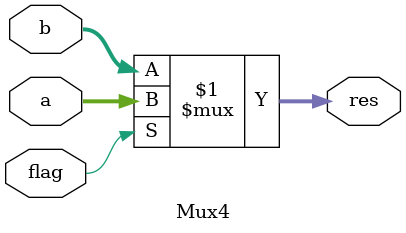
<source format=v>
`timescale 1ns / 1ps


module Mux4(a,b,flag,res);
    input [4:0]a,b;
    input flag;
    output [4:0]res;
    assign res=(flag)?a:b;
endmodule

</source>
